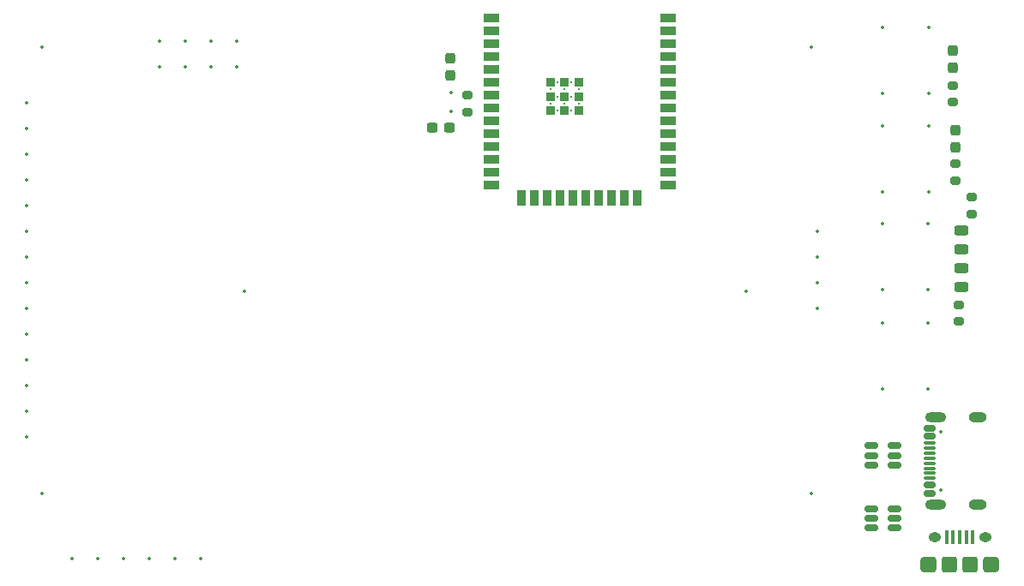
<source format=gtp>
%TF.GenerationSoftware,KiCad,Pcbnew,9.0.5*%
%TF.CreationDate,2025-11-26T19:59:54+01:00*%
%TF.ProjectId,stacja_pogody_modu__wew,73746163-6a61-45f7-906f-676f64795f6d,rev?*%
%TF.SameCoordinates,Original*%
%TF.FileFunction,Paste,Top*%
%TF.FilePolarity,Positive*%
%FSLAX46Y46*%
G04 Gerber Fmt 4.6, Leading zero omitted, Abs format (unit mm)*
G04 Created by KiCad (PCBNEW 9.0.5) date 2025-11-26 19:59:54*
%MOMM*%
%LPD*%
G01*
G04 APERTURE LIST*
G04 Aperture macros list*
%AMRoundRect*
0 Rectangle with rounded corners*
0 $1 Rounding radius*
0 $2 $3 $4 $5 $6 $7 $8 $9 X,Y pos of 4 corners*
0 Add a 4 corners polygon primitive as box body*
4,1,4,$2,$3,$4,$5,$6,$7,$8,$9,$2,$3,0*
0 Add four circle primitives for the rounded corners*
1,1,$1+$1,$2,$3*
1,1,$1+$1,$4,$5*
1,1,$1+$1,$6,$7*
1,1,$1+$1,$8,$9*
0 Add four rect primitives between the rounded corners*
20,1,$1+$1,$2,$3,$4,$5,0*
20,1,$1+$1,$4,$5,$6,$7,0*
20,1,$1+$1,$6,$7,$8,$9,0*
20,1,$1+$1,$8,$9,$2,$3,0*%
G04 Aperture macros list end*
%ADD10RoundRect,0.237500X-0.237500X0.300000X-0.237500X-0.300000X0.237500X-0.300000X0.237500X0.300000X0*%
%ADD11RoundRect,0.200000X0.275000X-0.200000X0.275000X0.200000X-0.275000X0.200000X-0.275000X-0.200000X0*%
%ADD12RoundRect,0.243750X0.456250X-0.243750X0.456250X0.243750X-0.456250X0.243750X-0.456250X-0.243750X0*%
%ADD13RoundRect,0.200000X-0.275000X0.200000X-0.275000X-0.200000X0.275000X-0.200000X0.275000X0.200000X0*%
%ADD14RoundRect,0.150000X0.512500X0.150000X-0.512500X0.150000X-0.512500X-0.150000X0.512500X-0.150000X0*%
%ADD15R,1.500000X0.900000*%
%ADD16R,0.900000X1.500000*%
%ADD17R,0.900000X0.900000*%
%ADD18RoundRect,0.150000X0.425000X-0.150000X0.425000X0.150000X-0.425000X0.150000X-0.425000X-0.150000X0*%
%ADD19RoundRect,0.075000X0.500000X-0.075000X0.500000X0.075000X-0.500000X0.075000X-0.500000X-0.075000X0*%
%ADD20O,2.100000X1.000000*%
%ADD21O,1.800000X1.000000*%
%ADD22RoundRect,0.237500X-0.300000X-0.237500X0.300000X-0.237500X0.300000X0.237500X-0.300000X0.237500X0*%
%ADD23O,0.890000X1.550000*%
%ADD24O,1.250000X0.950000*%
%ADD25RoundRect,0.100000X-0.100000X-0.575000X0.100000X-0.575000X0.100000X0.575000X-0.100000X0.575000X0*%
%ADD26RoundRect,0.250000X-0.475000X-0.525000X0.475000X-0.525000X0.475000X0.525000X-0.475000X0.525000X0*%
%ADD27RoundRect,0.250000X-0.500000X-0.525000X0.500000X-0.525000X0.500000X0.525000X-0.500000X0.525000X0*%
%ADD28RoundRect,0.243750X-0.456250X0.243750X-0.456250X-0.243750X0.456250X-0.243750X0.456250X0.243750X0*%
%ADD29C,0.350000*%
%ADD30C,0.200000*%
%ADD31O,1.700000X0.600000*%
%ADD32O,1.400000X0.600000*%
%ADD33O,0.500000X1.150000*%
%ADD34O,0.850000X0.550000*%
G04 APERTURE END LIST*
D10*
%TO.C,C16*%
X145280000Y-63957500D03*
X145280000Y-65682500D03*
%TD*%
D11*
%TO.C,R16*%
X195490000Y-90010000D03*
X195490000Y-88360000D03*
%TD*%
D10*
%TO.C,C3*%
X194910000Y-63217500D03*
X194910000Y-64942500D03*
%TD*%
D12*
%TO.C,D1*%
X195770000Y-82857500D03*
X195770000Y-80982500D03*
%TD*%
D13*
%TO.C,R13*%
X196770000Y-77735000D03*
X196770000Y-79385000D03*
%TD*%
D14*
%TO.C,U4*%
X189115000Y-104200000D03*
X189115000Y-103250000D03*
X189115000Y-102300000D03*
X186840000Y-102300000D03*
X186840000Y-103250000D03*
X186840000Y-104200000D03*
%TD*%
%TO.C,U1*%
X189145000Y-110400000D03*
X189145000Y-109450000D03*
X189145000Y-108500000D03*
X186870000Y-108500000D03*
X186870000Y-109450000D03*
X186870000Y-110400000D03*
%TD*%
D15*
%TO.C,U2*%
X149310000Y-60050000D03*
X149310000Y-61320000D03*
X149310000Y-62590000D03*
X149310000Y-63860000D03*
X149310000Y-65130000D03*
X149310000Y-66400000D03*
X149310000Y-67670000D03*
X149310000Y-68940000D03*
X149310000Y-70210000D03*
X149310000Y-71480000D03*
X149310000Y-72750000D03*
X149310000Y-74020000D03*
X149310000Y-75290000D03*
X149310000Y-76560000D03*
D16*
X152345000Y-77810000D03*
X153615000Y-77810000D03*
X154885000Y-77810000D03*
X156155000Y-77810000D03*
X157425000Y-77810000D03*
X158695000Y-77810000D03*
X159965000Y-77810000D03*
X161235000Y-77810000D03*
X162505000Y-77810000D03*
X163775000Y-77810000D03*
D15*
X166810000Y-76560000D03*
X166810000Y-75290000D03*
X166810000Y-74020000D03*
X166810000Y-72750000D03*
X166810000Y-71480000D03*
X166810000Y-70210000D03*
X166810000Y-68940000D03*
X166810000Y-67670000D03*
X166810000Y-66400000D03*
X166810000Y-65130000D03*
X166810000Y-63860000D03*
X166810000Y-62590000D03*
X166810000Y-61320000D03*
X166810000Y-60050000D03*
D17*
X155160000Y-66370000D03*
X155160000Y-67770000D03*
X155160000Y-69170000D03*
X156560000Y-66370000D03*
X156560000Y-67770000D03*
X156560000Y-69170000D03*
X157960000Y-66370000D03*
X157960000Y-67770000D03*
X157960000Y-69170000D03*
%TD*%
D13*
%TO.C,R17*%
X147000000Y-67645000D03*
X147000000Y-69295000D03*
%TD*%
%TO.C,R1*%
X195170000Y-74445000D03*
X195170000Y-76095000D03*
%TD*%
D18*
%TO.C,J3*%
X192600000Y-106960000D03*
X192600000Y-106160000D03*
D19*
X192600000Y-105010000D03*
X192600000Y-104010000D03*
X192600000Y-103510000D03*
X192600000Y-102510000D03*
D18*
X192600000Y-101360000D03*
X192600000Y-100560000D03*
X192600000Y-100560000D03*
X192600000Y-101360000D03*
D19*
X192600000Y-102010000D03*
X192600000Y-103010000D03*
X192600000Y-104510000D03*
X192600000Y-105510000D03*
D18*
X192600000Y-106160000D03*
X192600000Y-106960000D03*
D20*
X193175000Y-108080000D03*
D21*
X197355000Y-108080000D03*
D20*
X193175000Y-99440000D03*
D21*
X197355000Y-99440000D03*
%TD*%
D22*
%TO.C,C15*%
X143517500Y-70880000D03*
X145242500Y-70880000D03*
%TD*%
D23*
%TO.C,J1*%
X192090000Y-113990000D03*
D24*
X193090000Y-111290000D03*
X198090000Y-111290000D03*
D23*
X199090000Y-113990000D03*
D25*
X194290000Y-111290000D03*
X194940000Y-111290000D03*
X195590000Y-111290000D03*
X196240000Y-111290000D03*
X196890000Y-111290000D03*
D26*
X192565000Y-113990000D03*
D27*
X194590000Y-113990000D03*
X196590000Y-113990000D03*
D26*
X198615000Y-113990000D03*
%TD*%
D28*
%TO.C,D3*%
X195740000Y-84722500D03*
X195740000Y-86597500D03*
%TD*%
D13*
%TO.C,R3*%
X194930000Y-66665000D03*
X194930000Y-68315000D03*
%TD*%
D10*
%TO.C,C1*%
X195170000Y-71067500D03*
X195170000Y-72792500D03*
%TD*%
D29*
X174500000Y-87000000D03*
X180918400Y-106995026D03*
X180918044Y-62894849D03*
X105024743Y-62907515D03*
X105018400Y-106995026D03*
X103419672Y-68399569D03*
X103419672Y-70939569D03*
X103419672Y-73479569D03*
X103419672Y-76019569D03*
X103419672Y-78559569D03*
X103419672Y-81099569D03*
X103419672Y-83639569D03*
X103419672Y-86179569D03*
X103419672Y-88719569D03*
X103419672Y-91259569D03*
X103419672Y-93799569D03*
X103419672Y-96339569D03*
X103419672Y-98879569D03*
X103419672Y-101419569D03*
X181518044Y-81099849D03*
X181518044Y-83639849D03*
X181518044Y-86179849D03*
X181518044Y-88719849D03*
X120620000Y-113440000D03*
X118080000Y-113440000D03*
X115540000Y-113440000D03*
X113000000Y-113440000D03*
X110460000Y-113440000D03*
X107920000Y-113440000D03*
X192440000Y-90190000D03*
X192440000Y-96690000D03*
X187940000Y-90190000D03*
X187940000Y-96690000D03*
X145360000Y-67370000D03*
X145360000Y-69270000D03*
X192480000Y-80370000D03*
X192480000Y-86870000D03*
X187980000Y-80370000D03*
X187980000Y-86870000D03*
X187990000Y-67460000D03*
X187990000Y-60960000D03*
X192490000Y-67460000D03*
X192490000Y-60960000D03*
X125000000Y-87000000D03*
D30*
X155160000Y-67070000D03*
X155160000Y-68470000D03*
X155860000Y-66370000D03*
X155860000Y-67770000D03*
X155860000Y-69170000D03*
X156560000Y-67070000D03*
X156560000Y-68470000D03*
X157260000Y-66370000D03*
X157260000Y-67770000D03*
X157260000Y-69170000D03*
X157960000Y-67070000D03*
X157960000Y-68470000D03*
D29*
X193675000Y-106650000D03*
X193675000Y-100870000D03*
D31*
X193175000Y-108080000D03*
D32*
X197355000Y-108080000D03*
D31*
X193175000Y-99440000D03*
D32*
X197355000Y-99440000D03*
D33*
X192090000Y-113990000D03*
D34*
X193090000Y-111290000D03*
X198090000Y-111290000D03*
D33*
X199090000Y-113990000D03*
D29*
X187990000Y-77180000D03*
X187990000Y-70680000D03*
X192490000Y-77180000D03*
X192490000Y-70680000D03*
X124170000Y-64840000D03*
X124170000Y-62300000D03*
X121630000Y-64840000D03*
X121630000Y-62300000D03*
X119090000Y-64840000D03*
X119090000Y-62300000D03*
X116550000Y-64840000D03*
X116550000Y-62300000D03*
M02*

</source>
